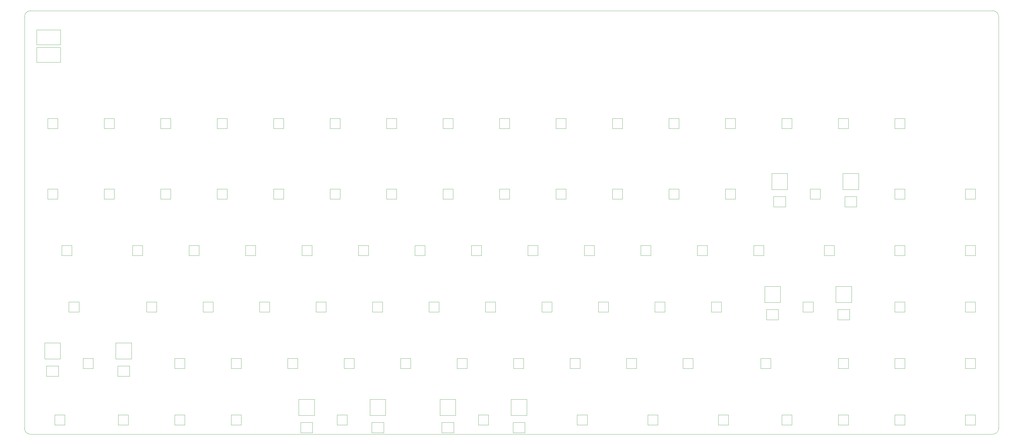
<source format=gm1>
%TF.GenerationSoftware,KiCad,Pcbnew,(6.0.2)*%
%TF.CreationDate,2022-08-23T14:47:47-07:00*%
%TF.ProjectId,tklc_v1_rgb,746b6c63-5f76-4315-9f72-67622e6b6963,rev?*%
%TF.SameCoordinates,Original*%
%TF.FileFunction,Profile,NP*%
%FSLAX46Y46*%
G04 Gerber Fmt 4.6, Leading zero omitted, Abs format (unit mm)*
G04 Created by KiCad (PCBNEW (6.0.2)) date 2022-08-23 14:47:47*
%MOMM*%
%LPD*%
G01*
G04 APERTURE LIST*
%TA.AperFunction,Profile*%
%ADD10C,0.100000*%
%TD*%
%TA.AperFunction,Profile*%
%ADD11C,0.120000*%
%TD*%
G04 APERTURE END LIST*
D10*
X50006249Y-219456251D02*
X50006249Y-80581251D01*
X376618750Y-221456250D02*
G75*
G03*
X378618750Y-219456250I1J1999999D01*
G01*
X52006249Y-78581249D02*
X376618750Y-78581249D01*
X50006250Y-219456250D02*
G75*
G03*
X52006250Y-221456250I1999999J-1D01*
G01*
X378618750Y-80581250D02*
G75*
G03*
X376618750Y-78581250I-1999999J1D01*
G01*
X378618750Y-219456250D02*
X378618750Y-80581250D01*
X376618751Y-221456251D02*
X52006251Y-221456251D01*
X52006249Y-78581250D02*
G75*
G03*
X50006250Y-80581250I-16J-1999983D01*
G01*
D11*
%TO.C,SW46*%
X295956250Y-157781250D02*
X299356250Y-157781250D01*
X299356250Y-157781250D02*
X299356250Y-161181250D01*
X299356250Y-161181250D02*
X295956250Y-161181250D01*
X295956250Y-161181250D02*
X295956250Y-157781250D01*
%TO.C,Kailh PG1350*%
X331356250Y-138931250D02*
X326056250Y-138931250D01*
X330706250Y-141231250D02*
X326706250Y-141231250D01*
X306706250Y-141231250D02*
X302706250Y-141231250D01*
X330706250Y-144731250D02*
X330706250Y-141231250D01*
X326706250Y-141231250D02*
X326706250Y-144731250D01*
X306706250Y-144731250D02*
X302706250Y-144731250D01*
X331356250Y-138931250D02*
X331356250Y-133431250D01*
X307356250Y-138931250D02*
X302056250Y-138931250D01*
X326056250Y-133431250D02*
X326056250Y-138931250D01*
X307356250Y-138931250D02*
X307356250Y-133431250D01*
X302706250Y-141231250D02*
X302706250Y-144731250D01*
X302056250Y-133431250D02*
X302056250Y-138931250D01*
X306706250Y-144731250D02*
X306706250Y-141231250D01*
X307356250Y-133431250D02*
X302056250Y-133431250D01*
X330706250Y-144731250D02*
X326706250Y-144731250D01*
X331356250Y-133431250D02*
X326056250Y-133431250D01*
%TO.C,SW6*%
X153081250Y-114918750D02*
X156481250Y-114918750D01*
X156481250Y-114918750D02*
X156481250Y-118318750D01*
X156481250Y-118318750D02*
X153081250Y-118318750D01*
X153081250Y-118318750D02*
X153081250Y-114918750D01*
%TO.C,SW49*%
X367393750Y-157781250D02*
X370793750Y-157781250D01*
X370793750Y-157781250D02*
X370793750Y-161181250D01*
X370793750Y-161181250D02*
X367393750Y-161181250D01*
X367393750Y-161181250D02*
X367393750Y-157781250D01*
%TO.C,SW59*%
X243568750Y-176831250D02*
X246968750Y-176831250D01*
X246968750Y-176831250D02*
X246968750Y-180231250D01*
X246968750Y-180231250D02*
X243568750Y-180231250D01*
X243568750Y-180231250D02*
X243568750Y-176831250D01*
%TO.C,SW42*%
X219756250Y-157781250D02*
X223156250Y-157781250D01*
X223156250Y-157781250D02*
X223156250Y-161181250D01*
X223156250Y-161181250D02*
X219756250Y-161181250D01*
X219756250Y-161181250D02*
X219756250Y-157781250D01*
%TO.C,SW1*%
X57831250Y-114918750D02*
X61231250Y-114918750D01*
X61231250Y-114918750D02*
X61231250Y-118318750D01*
X61231250Y-118318750D02*
X57831250Y-118318750D01*
X57831250Y-118318750D02*
X57831250Y-114918750D01*
%TO.C,SW66*%
X100693750Y-195881250D02*
X104093750Y-195881250D01*
X104093750Y-195881250D02*
X104093750Y-199281250D01*
X104093750Y-199281250D02*
X100693750Y-199281250D01*
X100693750Y-199281250D02*
X100693750Y-195881250D01*
%TO.C,SW14*%
X305481250Y-114918750D02*
X308881250Y-114918750D01*
X308881250Y-114918750D02*
X308881250Y-118318750D01*
X308881250Y-118318750D02*
X305481250Y-118318750D01*
X305481250Y-118318750D02*
X305481250Y-114918750D01*
%TO.C,SW21*%
X114981250Y-138731250D02*
X118381250Y-138731250D01*
X118381250Y-138731250D02*
X118381250Y-142131250D01*
X118381250Y-142131250D02*
X114981250Y-142131250D01*
X114981250Y-142131250D02*
X114981250Y-138731250D01*
%TO.C,SW27*%
X229281250Y-138731250D02*
X232681250Y-138731250D01*
X232681250Y-138731250D02*
X232681250Y-142131250D01*
X232681250Y-142131250D02*
X229281250Y-142131250D01*
X229281250Y-142131250D02*
X229281250Y-138731250D01*
%TO.C,SW28*%
X248331250Y-138731250D02*
X251731250Y-138731250D01*
X251731250Y-138731250D02*
X251731250Y-142131250D01*
X251731250Y-142131250D02*
X248331250Y-142131250D01*
X248331250Y-142131250D02*
X248331250Y-138731250D01*
%TO.C,Kailh PG1350*%
X167162500Y-217431250D02*
X167162500Y-220931250D01*
X142512500Y-209631250D02*
X142512500Y-215131250D01*
X171162500Y-220931250D02*
X171162500Y-217431250D01*
X147162500Y-217431250D02*
X143162500Y-217431250D01*
X143162500Y-217431250D02*
X143162500Y-220931250D01*
X147812500Y-215131250D02*
X147812500Y-209631250D01*
X147812500Y-209631250D02*
X142512500Y-209631250D01*
X147162500Y-220931250D02*
X143162500Y-220931250D01*
X171162500Y-217431250D02*
X167162500Y-217431250D01*
X171812500Y-215131250D02*
X171812500Y-209631250D01*
X171812500Y-215131250D02*
X166512500Y-215131250D01*
X171162500Y-220931250D02*
X167162500Y-220931250D01*
X147162500Y-220931250D02*
X147162500Y-217431250D01*
X147812500Y-215131250D02*
X142512500Y-215131250D01*
X166512500Y-209631250D02*
X166512500Y-215131250D01*
X171812500Y-209631250D02*
X166512500Y-209631250D01*
%TO.C,SW7*%
X172131250Y-114918750D02*
X175531250Y-114918750D01*
X175531250Y-114918750D02*
X175531250Y-118318750D01*
X175531250Y-118318750D02*
X172131250Y-118318750D01*
X172131250Y-118318750D02*
X172131250Y-114918750D01*
%TO.C,SW2*%
X76881250Y-114918750D02*
X80281250Y-114918750D01*
X80281250Y-114918750D02*
X80281250Y-118318750D01*
X80281250Y-118318750D02*
X76881250Y-118318750D01*
X76881250Y-118318750D02*
X76881250Y-114918750D01*
%TO.C,SW45*%
X276906250Y-157781250D02*
X280306250Y-157781250D01*
X280306250Y-157781250D02*
X280306250Y-161181250D01*
X280306250Y-161181250D02*
X276906250Y-161181250D01*
X276906250Y-161181250D02*
X276906250Y-157781250D01*
%TO.C,SW91*%
X343581250Y-214931250D02*
X346981250Y-214931250D01*
X346981250Y-214931250D02*
X346981250Y-218331250D01*
X346981250Y-218331250D02*
X343581250Y-218331250D01*
X343581250Y-218331250D02*
X343581250Y-214931250D01*
%TO.C,SW5*%
X134031250Y-114918750D02*
X137431250Y-114918750D01*
X137431250Y-114918750D02*
X137431250Y-118318750D01*
X137431250Y-118318750D02*
X134031250Y-118318750D01*
X134031250Y-118318750D02*
X134031250Y-114918750D01*
%TO.C,SW11*%
X248331250Y-114918750D02*
X251731250Y-114918750D01*
X251731250Y-114918750D02*
X251731250Y-118318750D01*
X251731250Y-118318750D02*
X248331250Y-118318750D01*
X248331250Y-118318750D02*
X248331250Y-114918750D01*
%TO.C,SW41*%
X200706250Y-157781250D02*
X204106250Y-157781250D01*
X204106250Y-157781250D02*
X204106250Y-161181250D01*
X204106250Y-161181250D02*
X200706250Y-161181250D01*
X200706250Y-161181250D02*
X200706250Y-157781250D01*
%TO.C,Kailh PG1350*%
X214137500Y-209631250D02*
X214137500Y-215131250D01*
X190137500Y-209631250D02*
X190137500Y-215131250D01*
X195437500Y-209631250D02*
X190137500Y-209631250D01*
X194787500Y-220931250D02*
X190787500Y-220931250D01*
X194787500Y-217431250D02*
X190787500Y-217431250D01*
X190787500Y-217431250D02*
X190787500Y-220931250D01*
X218787500Y-220931250D02*
X214787500Y-220931250D01*
X218787500Y-217431250D02*
X214787500Y-217431250D01*
X219437500Y-209631250D02*
X214137500Y-209631250D01*
X195437500Y-215131250D02*
X195437500Y-209631250D01*
X219437500Y-215131250D02*
X214137500Y-215131250D01*
X194787500Y-220931250D02*
X194787500Y-217431250D01*
X219437500Y-215131250D02*
X219437500Y-209631250D01*
X218787500Y-220931250D02*
X218787500Y-217431250D01*
X214787500Y-217431250D02*
X214787500Y-220931250D01*
X195437500Y-215131250D02*
X190137500Y-215131250D01*
X304325000Y-182831250D02*
X300325000Y-182831250D01*
X304975000Y-171531250D02*
X299675000Y-171531250D01*
X328975000Y-177031250D02*
X323675000Y-177031250D01*
X324325000Y-179331250D02*
X324325000Y-182831250D01*
X328975000Y-171531250D02*
X323675000Y-171531250D01*
X328325000Y-182831250D02*
X324325000Y-182831250D01*
X299675000Y-171531250D02*
X299675000Y-177031250D01*
X328325000Y-179331250D02*
X324325000Y-179331250D01*
X304975000Y-177031250D02*
X304975000Y-171531250D01*
X304975000Y-177031250D02*
X299675000Y-177031250D01*
X323675000Y-171531250D02*
X323675000Y-177031250D01*
X304325000Y-179331250D02*
X300325000Y-179331250D01*
X328975000Y-177031250D02*
X328975000Y-171531250D01*
X328325000Y-182831250D02*
X328325000Y-179331250D01*
X300325000Y-179331250D02*
X300325000Y-182831250D01*
X304325000Y-182831250D02*
X304325000Y-179331250D01*
%TO.C,SW22*%
X134031250Y-138731250D02*
X137431250Y-138731250D01*
X137431250Y-138731250D02*
X137431250Y-142131250D01*
X137431250Y-142131250D02*
X134031250Y-142131250D01*
X134031250Y-142131250D02*
X134031250Y-138731250D01*
%TO.C,SW52*%
X110218750Y-176831250D02*
X113618750Y-176831250D01*
X113618750Y-176831250D02*
X113618750Y-180231250D01*
X113618750Y-180231250D02*
X110218750Y-180231250D01*
X110218750Y-180231250D02*
X110218750Y-176831250D01*
%TO.C,SW50*%
X64975000Y-176831250D02*
X68375000Y-176831250D01*
X68375000Y-176831250D02*
X68375000Y-180231250D01*
X68375000Y-180231250D02*
X64975000Y-180231250D01*
X64975000Y-180231250D02*
X64975000Y-176831250D01*
%TO.C,SW90*%
X324531250Y-214931250D02*
X327931250Y-214931250D01*
X327931250Y-214931250D02*
X327931250Y-218331250D01*
X327931250Y-218331250D02*
X324531250Y-218331250D01*
X324531250Y-218331250D02*
X324531250Y-214931250D01*
%TO.C,SW19*%
X76881250Y-138731250D02*
X80281250Y-138731250D01*
X80281250Y-138731250D02*
X80281250Y-142131250D01*
X80281250Y-142131250D02*
X76881250Y-142131250D01*
X76881250Y-142131250D02*
X76881250Y-138731250D01*
%TO.C,SW68*%
X138793750Y-195881250D02*
X142193750Y-195881250D01*
X142193750Y-195881250D02*
X142193750Y-199281250D01*
X142193750Y-199281250D02*
X138793750Y-199281250D01*
X138793750Y-199281250D02*
X138793750Y-195881250D01*
%TO.C,SW8*%
X191181250Y-114918750D02*
X194581250Y-114918750D01*
X194581250Y-114918750D02*
X194581250Y-118318750D01*
X194581250Y-118318750D02*
X191181250Y-118318750D01*
X191181250Y-118318750D02*
X191181250Y-114918750D01*
%TO.C,SW25*%
X191181250Y-138731250D02*
X194581250Y-138731250D01*
X194581250Y-138731250D02*
X194581250Y-142131250D01*
X194581250Y-142131250D02*
X191181250Y-142131250D01*
X191181250Y-142131250D02*
X191181250Y-138731250D01*
%TO.C,SW53*%
X129268750Y-176831250D02*
X132668750Y-176831250D01*
X132668750Y-176831250D02*
X132668750Y-180231250D01*
X132668750Y-180231250D02*
X129268750Y-180231250D01*
X129268750Y-180231250D02*
X129268750Y-176831250D01*
%TO.C,SW39*%
X162606250Y-157781250D02*
X166006250Y-157781250D01*
X166006250Y-157781250D02*
X166006250Y-161181250D01*
X166006250Y-161181250D02*
X162606250Y-161181250D01*
X162606250Y-161181250D02*
X162606250Y-157781250D01*
%TO.C,C1*%
X54136048Y-95964141D02*
X62136048Y-95964141D01*
X62136048Y-95964141D02*
X62136048Y-90964141D01*
X62136048Y-90964141D02*
X54136048Y-90964141D01*
X54136048Y-90964141D02*
X54136048Y-95964141D01*
%TO.C,SW83*%
X119743750Y-214931250D02*
X123143750Y-214931250D01*
X123143750Y-214931250D02*
X123143750Y-218331250D01*
X123143750Y-218331250D02*
X119743750Y-218331250D01*
X119743750Y-218331250D02*
X119743750Y-214931250D01*
%TO.C,SW74*%
X253093750Y-195881250D02*
X256493750Y-195881250D01*
X256493750Y-195881250D02*
X256493750Y-199281250D01*
X256493750Y-199281250D02*
X253093750Y-199281250D01*
X253093750Y-199281250D02*
X253093750Y-195881250D01*
%TO.C,SW36*%
X105456250Y-157781250D02*
X108856250Y-157781250D01*
X108856250Y-157781250D02*
X108856250Y-161181250D01*
X108856250Y-161181250D02*
X105456250Y-161181250D01*
X105456250Y-161181250D02*
X105456250Y-157781250D01*
%TO.C,SW86*%
X236425000Y-214931250D02*
X239825000Y-214931250D01*
X239825000Y-214931250D02*
X239825000Y-218331250D01*
X239825000Y-218331250D02*
X236425000Y-218331250D01*
X236425000Y-218331250D02*
X236425000Y-214931250D01*
%TO.C,SW32*%
X343581250Y-138731250D02*
X346981250Y-138731250D01*
X346981250Y-138731250D02*
X346981250Y-142131250D01*
X346981250Y-142131250D02*
X343581250Y-142131250D01*
X343581250Y-142131250D02*
X343581250Y-138731250D01*
%TO.C,SW77*%
X324531250Y-195881250D02*
X327931250Y-195881250D01*
X327931250Y-195881250D02*
X327931250Y-199281250D01*
X327931250Y-199281250D02*
X324531250Y-199281250D01*
X324531250Y-199281250D02*
X324531250Y-195881250D01*
%TO.C,SW76*%
X298337500Y-195881250D02*
X301737500Y-195881250D01*
X301737500Y-195881250D02*
X301737500Y-199281250D01*
X301737500Y-199281250D02*
X298337500Y-199281250D01*
X298337500Y-199281250D02*
X298337500Y-195881250D01*
%TO.C,SW3*%
X95931250Y-114918750D02*
X99331250Y-114918750D01*
X99331250Y-114918750D02*
X99331250Y-118318750D01*
X99331250Y-118318750D02*
X95931250Y-118318750D01*
X95931250Y-118318750D02*
X95931250Y-114918750D01*
%TO.C,SW34*%
X62593750Y-157781250D02*
X65993750Y-157781250D01*
X65993750Y-157781250D02*
X65993750Y-161181250D01*
X65993750Y-161181250D02*
X62593750Y-161181250D01*
X62593750Y-161181250D02*
X62593750Y-157781250D01*
%TO.C,Kailh PG1350*%
X85437500Y-201881250D02*
X81437500Y-201881250D01*
X62087500Y-190581250D02*
X56787500Y-190581250D01*
X80787500Y-190581250D02*
X80787500Y-196081250D01*
X86087500Y-190581250D02*
X80787500Y-190581250D01*
X62087500Y-196081250D02*
X56787500Y-196081250D01*
X61437500Y-198381250D02*
X57437500Y-198381250D01*
X86087500Y-196081250D02*
X80787500Y-196081250D01*
X57437500Y-198381250D02*
X57437500Y-201881250D01*
X85437500Y-198381250D02*
X81437500Y-198381250D01*
X86087500Y-196081250D02*
X86087500Y-190581250D01*
X61437500Y-201881250D02*
X61437500Y-198381250D01*
X56787500Y-190581250D02*
X56787500Y-196081250D01*
X81437500Y-198381250D02*
X81437500Y-201881250D01*
X85437500Y-201881250D02*
X85437500Y-198381250D01*
X62087500Y-196081250D02*
X62087500Y-190581250D01*
X61437500Y-201881250D02*
X57437500Y-201881250D01*
%TO.C,SW70*%
X176893750Y-195881250D02*
X180293750Y-195881250D01*
X180293750Y-195881250D02*
X180293750Y-199281250D01*
X180293750Y-199281250D02*
X176893750Y-199281250D01*
X176893750Y-199281250D02*
X176893750Y-195881250D01*
%TO.C,SW56*%
X186418750Y-176831250D02*
X189818750Y-176831250D01*
X189818750Y-176831250D02*
X189818750Y-180231250D01*
X189818750Y-180231250D02*
X186418750Y-180231250D01*
X186418750Y-180231250D02*
X186418750Y-176831250D01*
%TO.C,SW84*%
X155462500Y-214931250D02*
X158862500Y-214931250D01*
X158862500Y-214931250D02*
X158862500Y-218331250D01*
X158862500Y-218331250D02*
X155462500Y-218331250D01*
X155462500Y-218331250D02*
X155462500Y-214931250D01*
%TO.C,SW65*%
X69737500Y-195881250D02*
X73137500Y-195881250D01*
X73137500Y-195881250D02*
X73137500Y-199281250D01*
X73137500Y-199281250D02*
X69737500Y-199281250D01*
X69737500Y-199281250D02*
X69737500Y-195881250D01*
%TO.C,SW35*%
X86406250Y-157781250D02*
X89806250Y-157781250D01*
X89806250Y-157781250D02*
X89806250Y-161181250D01*
X89806250Y-161181250D02*
X86406250Y-161181250D01*
X86406250Y-161181250D02*
X86406250Y-157781250D01*
%TO.C,SW75*%
X272143750Y-195881250D02*
X275543750Y-195881250D01*
X275543750Y-195881250D02*
X275543750Y-199281250D01*
X275543750Y-199281250D02*
X272143750Y-199281250D01*
X272143750Y-199281250D02*
X272143750Y-195881250D01*
%TO.C,SW23*%
X153081250Y-138731250D02*
X156481250Y-138731250D01*
X156481250Y-138731250D02*
X156481250Y-142131250D01*
X156481250Y-142131250D02*
X153081250Y-142131250D01*
X153081250Y-142131250D02*
X153081250Y-138731250D01*
%TO.C,SW47*%
X319768750Y-157781250D02*
X323168750Y-157781250D01*
X323168750Y-157781250D02*
X323168750Y-161181250D01*
X323168750Y-161181250D02*
X319768750Y-161181250D01*
X319768750Y-161181250D02*
X319768750Y-157781250D01*
%TO.C,SW72*%
X214993750Y-195881250D02*
X218393750Y-195881250D01*
X218393750Y-195881250D02*
X218393750Y-199281250D01*
X218393750Y-199281250D02*
X214993750Y-199281250D01*
X214993750Y-199281250D02*
X214993750Y-195881250D01*
%TO.C,SW60*%
X262618750Y-176831250D02*
X266018750Y-176831250D01*
X266018750Y-176831250D02*
X266018750Y-180231250D01*
X266018750Y-180231250D02*
X262618750Y-180231250D01*
X262618750Y-180231250D02*
X262618750Y-176831250D01*
%TO.C,SW51*%
X91168750Y-176831250D02*
X94568750Y-176831250D01*
X94568750Y-176831250D02*
X94568750Y-180231250D01*
X94568750Y-180231250D02*
X91168750Y-180231250D01*
X91168750Y-180231250D02*
X91168750Y-176831250D01*
%TO.C,SW57*%
X205468750Y-176831250D02*
X208868750Y-176831250D01*
X208868750Y-176831250D02*
X208868750Y-180231250D01*
X208868750Y-180231250D02*
X205468750Y-180231250D01*
X205468750Y-180231250D02*
X205468750Y-176831250D01*
%TO.C,SW43*%
X238806250Y-157781250D02*
X242206250Y-157781250D01*
X242206250Y-157781250D02*
X242206250Y-161181250D01*
X242206250Y-161181250D02*
X238806250Y-161181250D01*
X238806250Y-161181250D02*
X238806250Y-157781250D01*
%TO.C,SW24*%
X172131250Y-138731250D02*
X175531250Y-138731250D01*
X175531250Y-138731250D02*
X175531250Y-142131250D01*
X175531250Y-142131250D02*
X172131250Y-142131250D01*
X172131250Y-142131250D02*
X172131250Y-138731250D01*
%TO.C,SW44*%
X257856250Y-157781250D02*
X261256250Y-157781250D01*
X261256250Y-157781250D02*
X261256250Y-161181250D01*
X261256250Y-161181250D02*
X257856250Y-161181250D01*
X257856250Y-161181250D02*
X257856250Y-157781250D01*
%TO.C,SW38*%
X143556250Y-157781250D02*
X146956250Y-157781250D01*
X146956250Y-157781250D02*
X146956250Y-161181250D01*
X146956250Y-161181250D02*
X143556250Y-161181250D01*
X143556250Y-161181250D02*
X143556250Y-157781250D01*
%TO.C,SW33*%
X367393750Y-138731250D02*
X370793750Y-138731250D01*
X370793750Y-138731250D02*
X370793750Y-142131250D01*
X370793750Y-142131250D02*
X367393750Y-142131250D01*
X367393750Y-142131250D02*
X367393750Y-138731250D01*
%TO.C,SW73*%
X234043750Y-195881250D02*
X237443750Y-195881250D01*
X237443750Y-195881250D02*
X237443750Y-199281250D01*
X237443750Y-199281250D02*
X234043750Y-199281250D01*
X234043750Y-199281250D02*
X234043750Y-195881250D01*
%TO.C,SW30*%
X286431250Y-138731250D02*
X289831250Y-138731250D01*
X289831250Y-138731250D02*
X289831250Y-142131250D01*
X289831250Y-142131250D02*
X286431250Y-142131250D01*
X286431250Y-142131250D02*
X286431250Y-138731250D01*
%TO.C,SW89*%
X305481250Y-214931250D02*
X308881250Y-214931250D01*
X308881250Y-214931250D02*
X308881250Y-218331250D01*
X308881250Y-218331250D02*
X305481250Y-218331250D01*
X305481250Y-218331250D02*
X305481250Y-214931250D01*
%TO.C,SW61*%
X281668750Y-176831250D02*
X285068750Y-176831250D01*
X285068750Y-176831250D02*
X285068750Y-180231250D01*
X285068750Y-180231250D02*
X281668750Y-180231250D01*
X281668750Y-180231250D02*
X281668750Y-176831250D01*
%TO.C,SW87*%
X260237500Y-214931250D02*
X263637500Y-214931250D01*
X263637500Y-214931250D02*
X263637500Y-218331250D01*
X263637500Y-218331250D02*
X260237500Y-218331250D01*
X260237500Y-218331250D02*
X260237500Y-214931250D01*
%TO.C,SW31*%
X315006250Y-138731250D02*
X318406250Y-138731250D01*
X318406250Y-138731250D02*
X318406250Y-142131250D01*
X318406250Y-142131250D02*
X315006250Y-142131250D01*
X315006250Y-142131250D02*
X315006250Y-138731250D01*
%TO.C,SW10*%
X229281250Y-114918750D02*
X232681250Y-114918750D01*
X232681250Y-114918750D02*
X232681250Y-118318750D01*
X232681250Y-118318750D02*
X229281250Y-118318750D01*
X229281250Y-118318750D02*
X229281250Y-114918750D01*
%TO.C,SW15*%
X324531250Y-114918750D02*
X327931250Y-114918750D01*
X327931250Y-114918750D02*
X327931250Y-118318750D01*
X327931250Y-118318750D02*
X324531250Y-118318750D01*
X324531250Y-118318750D02*
X324531250Y-114918750D01*
%TO.C,SW48*%
X343581250Y-157781250D02*
X346981250Y-157781250D01*
X346981250Y-157781250D02*
X346981250Y-161181250D01*
X346981250Y-161181250D02*
X343581250Y-161181250D01*
X343581250Y-161181250D02*
X343581250Y-157781250D01*
%TO.C,SW12*%
X267381250Y-114918750D02*
X270781250Y-114918750D01*
X270781250Y-114918750D02*
X270781250Y-118318750D01*
X270781250Y-118318750D02*
X267381250Y-118318750D01*
X267381250Y-118318750D02*
X267381250Y-114918750D01*
%TO.C,SW40*%
X181656250Y-157781250D02*
X185056250Y-157781250D01*
X185056250Y-157781250D02*
X185056250Y-161181250D01*
X185056250Y-161181250D02*
X181656250Y-161181250D01*
X181656250Y-161181250D02*
X181656250Y-157781250D01*
%TO.C,SW80*%
X60212500Y-214931250D02*
X63612500Y-214931250D01*
X63612500Y-214931250D02*
X63612500Y-218331250D01*
X63612500Y-218331250D02*
X60212500Y-218331250D01*
X60212500Y-218331250D02*
X60212500Y-214931250D01*
%TO.C,SW69*%
X157843750Y-195881250D02*
X161243750Y-195881250D01*
X161243750Y-195881250D02*
X161243750Y-199281250D01*
X161243750Y-199281250D02*
X157843750Y-199281250D01*
X157843750Y-199281250D02*
X157843750Y-195881250D01*
%TO.C,SW29*%
X267381250Y-138731250D02*
X270781250Y-138731250D01*
X270781250Y-138731250D02*
X270781250Y-142131250D01*
X270781250Y-142131250D02*
X267381250Y-142131250D01*
X267381250Y-142131250D02*
X267381250Y-138731250D01*
%TO.C,SW67*%
X119743750Y-195881250D02*
X123143750Y-195881250D01*
X123143750Y-195881250D02*
X123143750Y-199281250D01*
X123143750Y-199281250D02*
X119743750Y-199281250D01*
X119743750Y-199281250D02*
X119743750Y-195881250D01*
%TO.C,SW13*%
X286431250Y-114918750D02*
X289831250Y-114918750D01*
X289831250Y-114918750D02*
X289831250Y-118318750D01*
X289831250Y-118318750D02*
X286431250Y-118318750D01*
X286431250Y-118318750D02*
X286431250Y-114918750D01*
%TO.C,SW18*%
X57831250Y-138731250D02*
X61231250Y-138731250D01*
X61231250Y-138731250D02*
X61231250Y-142131250D01*
X61231250Y-142131250D02*
X57831250Y-142131250D01*
X57831250Y-142131250D02*
X57831250Y-138731250D01*
%TO.C,SW4*%
X114981250Y-114918750D02*
X118381250Y-114918750D01*
X118381250Y-114918750D02*
X118381250Y-118318750D01*
X118381250Y-118318750D02*
X114981250Y-118318750D01*
X114981250Y-118318750D02*
X114981250Y-114918750D01*
%TO.C,SW62*%
X312625000Y-176831250D02*
X316025000Y-176831250D01*
X316025000Y-176831250D02*
X316025000Y-180231250D01*
X316025000Y-180231250D02*
X312625000Y-180231250D01*
X312625000Y-180231250D02*
X312625000Y-176831250D01*
%TO.C,C2*%
X54136048Y-90011011D02*
X62136048Y-90011011D01*
X62136048Y-90011011D02*
X62136048Y-85011011D01*
X62136048Y-85011011D02*
X54136048Y-85011011D01*
X54136048Y-85011011D02*
X54136048Y-90011011D01*
%TO.C,SW81*%
X81643750Y-214931250D02*
X85043750Y-214931250D01*
X85043750Y-214931250D02*
X85043750Y-218331250D01*
X85043750Y-218331250D02*
X81643750Y-218331250D01*
X81643750Y-218331250D02*
X81643750Y-214931250D01*
%TO.C,SW79*%
X367393750Y-195881250D02*
X370793750Y-195881250D01*
X370793750Y-195881250D02*
X370793750Y-199281250D01*
X370793750Y-199281250D02*
X367393750Y-199281250D01*
X367393750Y-199281250D02*
X367393750Y-195881250D01*
%TO.C,SW82*%
X100693750Y-214931250D02*
X104093750Y-214931250D01*
X104093750Y-214931250D02*
X104093750Y-218331250D01*
X104093750Y-218331250D02*
X100693750Y-218331250D01*
X100693750Y-218331250D02*
X100693750Y-214931250D01*
%TO.C,SW26*%
X210231250Y-138731250D02*
X213631250Y-138731250D01*
X213631250Y-138731250D02*
X213631250Y-142131250D01*
X213631250Y-142131250D02*
X210231250Y-142131250D01*
X210231250Y-142131250D02*
X210231250Y-138731250D01*
%TO.C,SW85*%
X203087500Y-214931250D02*
X206487500Y-214931250D01*
X206487500Y-214931250D02*
X206487500Y-218331250D01*
X206487500Y-218331250D02*
X203087500Y-218331250D01*
X203087500Y-218331250D02*
X203087500Y-214931250D01*
%TO.C,SW63*%
X343581250Y-176831250D02*
X346981250Y-176831250D01*
X346981250Y-176831250D02*
X346981250Y-180231250D01*
X346981250Y-180231250D02*
X343581250Y-180231250D01*
X343581250Y-180231250D02*
X343581250Y-176831250D01*
%TO.C,SW64*%
X367393750Y-176831250D02*
X370793750Y-176831250D01*
X370793750Y-176831250D02*
X370793750Y-180231250D01*
X370793750Y-180231250D02*
X367393750Y-180231250D01*
X367393750Y-180231250D02*
X367393750Y-176831250D01*
%TO.C,SW88*%
X284050000Y-214931250D02*
X287450000Y-214931250D01*
X287450000Y-214931250D02*
X287450000Y-218331250D01*
X287450000Y-218331250D02*
X284050000Y-218331250D01*
X284050000Y-218331250D02*
X284050000Y-214931250D01*
%TO.C,SW37*%
X124506250Y-157781250D02*
X127906250Y-157781250D01*
X127906250Y-157781250D02*
X127906250Y-161181250D01*
X127906250Y-161181250D02*
X124506250Y-161181250D01*
X124506250Y-161181250D02*
X124506250Y-157781250D01*
%TO.C,SW54*%
X148318750Y-176831250D02*
X151718750Y-176831250D01*
X151718750Y-176831250D02*
X151718750Y-180231250D01*
X151718750Y-180231250D02*
X148318750Y-180231250D01*
X148318750Y-180231250D02*
X148318750Y-176831250D01*
%TO.C,SW20*%
X95931250Y-138731250D02*
X99331250Y-138731250D01*
X99331250Y-138731250D02*
X99331250Y-142131250D01*
X99331250Y-142131250D02*
X95931250Y-142131250D01*
X95931250Y-142131250D02*
X95931250Y-138731250D01*
%TO.C,SW9*%
X210231250Y-114918750D02*
X213631250Y-114918750D01*
X213631250Y-114918750D02*
X213631250Y-118318750D01*
X213631250Y-118318750D02*
X210231250Y-118318750D01*
X210231250Y-118318750D02*
X210231250Y-114918750D01*
%TO.C,SW58*%
X224518750Y-176831250D02*
X227918750Y-176831250D01*
X227918750Y-176831250D02*
X227918750Y-180231250D01*
X227918750Y-180231250D02*
X224518750Y-180231250D01*
X224518750Y-180231250D02*
X224518750Y-176831250D01*
%TO.C,SW92*%
X367393750Y-214931250D02*
X370793750Y-214931250D01*
X370793750Y-214931250D02*
X370793750Y-218331250D01*
X370793750Y-218331250D02*
X367393750Y-218331250D01*
X367393750Y-218331250D02*
X367393750Y-214931250D01*
%TO.C,SW78*%
X343581250Y-195881250D02*
X346981250Y-195881250D01*
X346981250Y-195881250D02*
X346981250Y-199281250D01*
X346981250Y-199281250D02*
X343581250Y-199281250D01*
X343581250Y-199281250D02*
X343581250Y-195881250D01*
%TO.C,SW55*%
X167368750Y-176831250D02*
X170768750Y-176831250D01*
X170768750Y-176831250D02*
X170768750Y-180231250D01*
X170768750Y-180231250D02*
X167368750Y-180231250D01*
X167368750Y-180231250D02*
X167368750Y-176831250D01*
%TO.C,SW16*%
X343581250Y-114918750D02*
X346981250Y-114918750D01*
X346981250Y-114918750D02*
X346981250Y-118318750D01*
X346981250Y-118318750D02*
X343581250Y-118318750D01*
X343581250Y-118318750D02*
X343581250Y-114918750D01*
%TO.C,SW71*%
X195943750Y-195881250D02*
X199343750Y-195881250D01*
X199343750Y-195881250D02*
X199343750Y-199281250D01*
X199343750Y-199281250D02*
X195943750Y-199281250D01*
X195943750Y-199281250D02*
X195943750Y-195881250D01*
%TD*%
M02*

</source>
